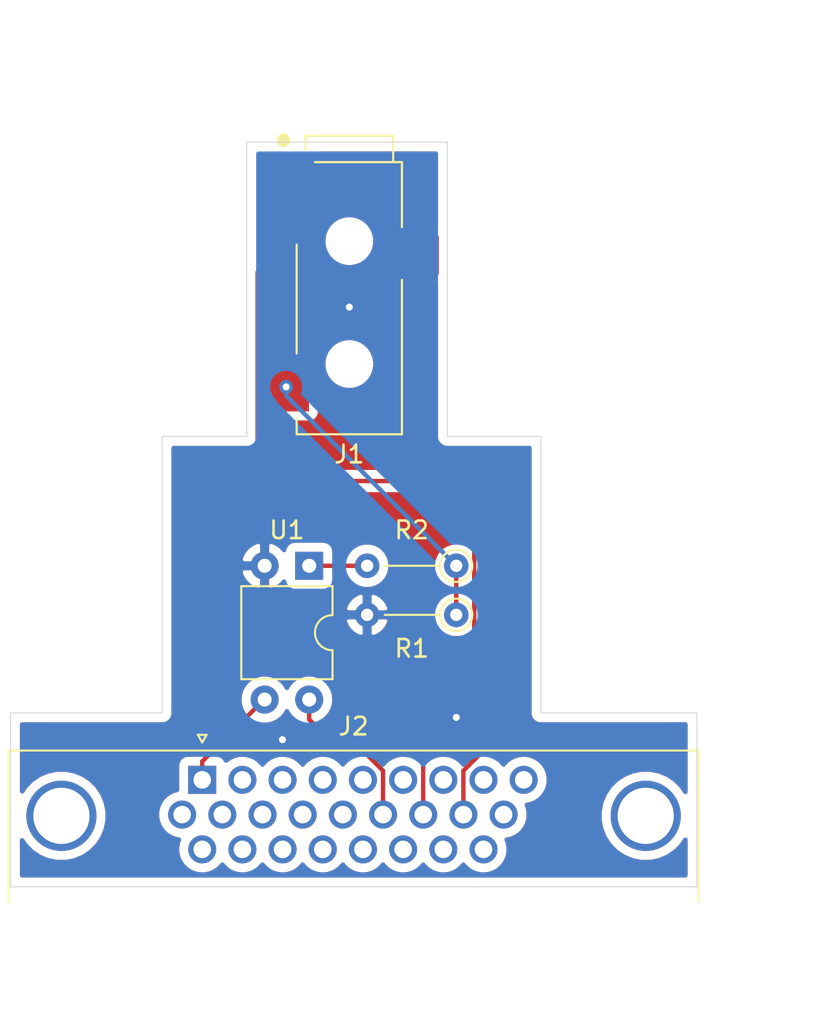
<source format=kicad_pcb>
(kicad_pcb (version 20171130) (host pcbnew "(5.1.4)-1")

  (general
    (thickness 1.6)
    (drawings 20)
    (tracks 32)
    (zones 0)
    (modules 5)
    (nets 30)
  )

  (page A4)
  (layers
    (0 F.Cu signal)
    (31 B.Cu signal)
    (32 B.Adhes user)
    (33 F.Adhes user)
    (34 B.Paste user)
    (35 F.Paste user)
    (36 B.SilkS user)
    (37 F.SilkS user)
    (38 B.Mask user)
    (39 F.Mask user)
    (40 Dwgs.User user)
    (41 Cmts.User user)
    (42 Eco1.User user)
    (43 Eco2.User user)
    (44 Edge.Cuts user)
    (45 Margin user)
    (46 B.CrtYd user)
    (47 F.CrtYd user)
    (48 B.Fab user)
    (49 F.Fab user hide)
  )

  (setup
    (last_trace_width 0.25)
    (trace_clearance 0.2)
    (zone_clearance 0.508)
    (zone_45_only no)
    (trace_min 0.2)
    (via_size 0.8)
    (via_drill 0.4)
    (via_min_size 0.4)
    (via_min_drill 0.3)
    (uvia_size 0.3)
    (uvia_drill 0.1)
    (uvias_allowed no)
    (uvia_min_size 0.2)
    (uvia_min_drill 0.1)
    (edge_width 0.05)
    (segment_width 0.2)
    (pcb_text_width 0.3)
    (pcb_text_size 1.5 1.5)
    (mod_edge_width 0.12)
    (mod_text_size 1 1)
    (mod_text_width 0.15)
    (pad_size 1.524 1.524)
    (pad_drill 0.762)
    (pad_to_mask_clearance 0.051)
    (solder_mask_min_width 0.25)
    (aux_axis_origin 0 0)
    (visible_elements 7FFFFFFF)
    (pcbplotparams
      (layerselection 0x010fc_ffffffff)
      (usegerberextensions false)
      (usegerberattributes false)
      (usegerberadvancedattributes false)
      (creategerberjobfile false)
      (excludeedgelayer true)
      (linewidth 0.100000)
      (plotframeref false)
      (viasonmask false)
      (mode 1)
      (useauxorigin false)
      (hpglpennumber 1)
      (hpglpenspeed 20)
      (hpglpendiameter 15.000000)
      (psnegative false)
      (psa4output false)
      (plotreference true)
      (plotvalue true)
      (plotinvisibletext false)
      (padsonsilk false)
      (subtractmaskfromsilk false)
      (outputformat 1)
      (mirror false)
      (drillshape 1)
      (scaleselection 1)
      (outputdirectory ""))
  )

  (net 0 "")
  (net 1 +5V)
  (net 2 Turbo_active)
  (net 3 Turbo_interlock)
  (net 4 GND)
  (net 5 "Net-(J2-Pad26)")
  (net 6 "Net-(J2-Pad25)")
  (net 7 "Net-(J2-Pad24)")
  (net 8 "Net-(J2-Pad23)")
  (net 9 "Net-(J2-Pad22)")
  (net 10 "Net-(J2-Pad21)")
  (net 11 "Net-(J2-Pad20)")
  (net 12 "Net-(J2-Pad19)")
  (net 13 "Net-(J2-Pad18)")
  (net 14 Turbo_remotepriority)
  (net 15 "Net-(J2-Pad14)")
  (net 16 "Net-(J2-Pad13)")
  (net 17 "Net-(J2-Pad12)")
  (net 18 "Net-(J2-Pad11)")
  (net 19 "Net-(J2-Pad10)")
  (net 20 "Net-(J2-Pad9)")
  (net 21 "Net-(J2-Pad8)")
  (net 22 "Net-(J2-Pad7)")
  (net 23 "Net-(J2-Pad6)")
  (net 24 "Net-(J2-Pad5)")
  (net 25 "Net-(J2-Pad4)")
  (net 26 "Net-(J2-Pad3)")
  (net 27 "Net-(J2-Pad2)")
  (net 28 Turbo_Vref)
  (net 29 "Net-(R2-Pad2)")

  (net_class Default "This is the default net class."
    (clearance 0.2)
    (trace_width 0.25)
    (via_dia 0.8)
    (via_drill 0.4)
    (uvia_dia 0.3)
    (uvia_drill 0.1)
    (add_net +5V)
    (add_net GND)
    (add_net "Net-(J2-Pad10)")
    (add_net "Net-(J2-Pad11)")
    (add_net "Net-(J2-Pad12)")
    (add_net "Net-(J2-Pad13)")
    (add_net "Net-(J2-Pad14)")
    (add_net "Net-(J2-Pad18)")
    (add_net "Net-(J2-Pad19)")
    (add_net "Net-(J2-Pad2)")
    (add_net "Net-(J2-Pad20)")
    (add_net "Net-(J2-Pad21)")
    (add_net "Net-(J2-Pad22)")
    (add_net "Net-(J2-Pad23)")
    (add_net "Net-(J2-Pad24)")
    (add_net "Net-(J2-Pad25)")
    (add_net "Net-(J2-Pad26)")
    (add_net "Net-(J2-Pad3)")
    (add_net "Net-(J2-Pad4)")
    (add_net "Net-(J2-Pad5)")
    (add_net "Net-(J2-Pad6)")
    (add_net "Net-(J2-Pad7)")
    (add_net "Net-(J2-Pad8)")
    (add_net "Net-(J2-Pad9)")
    (add_net "Net-(R2-Pad2)")
    (add_net Turbo_Vref)
    (add_net Turbo_active)
    (add_net Turbo_interlock)
    (add_net Turbo_remotepriority)
  )

  (module Connector_Dsub:DSUB-26-HD_Male_Horizontal_P2.29x1.98mm_EdgePinOffset3.03mm_Housed_MountingHolesOffset4.94mm (layer F.Cu) (tedit 59FEDEE2) (tstamp 5D9834CE)
    (at 153.162 74.676)
    (descr "26-pin D-Sub connector, horizontal/angled (90 deg), THT-mount, male, pitch 2.29x1.98mm, pin-PCB-offset 3.0300000000000002mm, distance of mounting holes 33.3mm, distance of mounting holes to PCB edge 4.9399999999999995mm, see https://disti-assets.s3.amazonaws.com/tonar/files/datasheets/16730.pdf")
    (tags "26-pin D-Sub connector horizontal angled 90deg THT male pitch 2.29x1.98mm pin-PCB-offset 3.0300000000000002mm mounting-holes-distance 33.3mm mounting-hole-offset 33.3mm")
    (path /5D9806F6)
    (fp_text reference J2 (at 8.625 -3.048) (layer F.SilkS)
      (effects (font (size 1 1) (thickness 0.15)))
    )
    (fp_text value Conn_01x26 (at 8.625 14.89) (layer F.Fab)
      (effects (font (size 1 1) (thickness 0.15)))
    )
    (fp_text user %R (at 8.625 10.39) (layer F.Fab)
      (effects (font (size 1 1) (thickness 0.15)))
    )
    (fp_line (start 28.75 -2.15) (end -11.5 -2.15) (layer F.CrtYd) (width 0.05))
    (fp_line (start 28.75 13.9) (end 28.75 -2.15) (layer F.CrtYd) (width 0.05))
    (fp_line (start -11.5 13.9) (end 28.75 13.9) (layer F.CrtYd) (width 0.05))
    (fp_line (start -11.5 -2.15) (end -11.5 13.9) (layer F.CrtYd) (width 0.05))
    (fp_line (start 0 -2.131325) (end -0.25 -2.564338) (layer F.SilkS) (width 0.12))
    (fp_line (start 0.25 -2.564338) (end 0 -2.131325) (layer F.SilkS) (width 0.12))
    (fp_line (start -0.25 -2.564338) (end 0.25 -2.564338) (layer F.SilkS) (width 0.12))
    (fp_line (start 28.285 -1.67) (end 28.285 6.93) (layer F.SilkS) (width 0.12))
    (fp_line (start -11.035 -1.67) (end 28.285 -1.67) (layer F.SilkS) (width 0.12))
    (fp_line (start -11.035 6.93) (end -11.035 -1.67) (layer F.SilkS) (width 0.12))
    (fp_line (start 26.875 6.99) (end 26.875 2.05) (layer F.Fab) (width 0.1))
    (fp_line (start 23.675 6.99) (end 23.675 2.05) (layer F.Fab) (width 0.1))
    (fp_line (start -6.425 6.99) (end -6.425 2.05) (layer F.Fab) (width 0.1))
    (fp_line (start -9.625 6.99) (end -9.625 2.05) (layer F.Fab) (width 0.1))
    (fp_line (start 27.775 7.39) (end 22.775 7.39) (layer F.Fab) (width 0.1))
    (fp_line (start 27.775 12.39) (end 27.775 7.39) (layer F.Fab) (width 0.1))
    (fp_line (start 22.775 12.39) (end 27.775 12.39) (layer F.Fab) (width 0.1))
    (fp_line (start 22.775 7.39) (end 22.775 12.39) (layer F.Fab) (width 0.1))
    (fp_line (start -5.525 7.39) (end -10.525 7.39) (layer F.Fab) (width 0.1))
    (fp_line (start -5.525 12.39) (end -5.525 7.39) (layer F.Fab) (width 0.1))
    (fp_line (start -10.525 12.39) (end -5.525 12.39) (layer F.Fab) (width 0.1))
    (fp_line (start -10.525 7.39) (end -10.525 12.39) (layer F.Fab) (width 0.1))
    (fp_line (start 20.925 7.39) (end -3.675 7.39) (layer F.Fab) (width 0.1))
    (fp_line (start 20.925 13.39) (end 20.925 7.39) (layer F.Fab) (width 0.1))
    (fp_line (start -3.675 13.39) (end 20.925 13.39) (layer F.Fab) (width 0.1))
    (fp_line (start -3.675 7.39) (end -3.675 13.39) (layer F.Fab) (width 0.1))
    (fp_line (start 28.225 6.99) (end -10.975 6.99) (layer F.Fab) (width 0.1))
    (fp_line (start 28.225 7.39) (end 28.225 6.99) (layer F.Fab) (width 0.1))
    (fp_line (start -10.975 7.39) (end 28.225 7.39) (layer F.Fab) (width 0.1))
    (fp_line (start -10.975 6.99) (end -10.975 7.39) (layer F.Fab) (width 0.1))
    (fp_line (start 28.225 -1.61) (end -10.975 -1.61) (layer F.Fab) (width 0.1))
    (fp_line (start 28.225 6.99) (end 28.225 -1.61) (layer F.Fab) (width 0.1))
    (fp_line (start -10.975 6.99) (end 28.225 6.99) (layer F.Fab) (width 0.1))
    (fp_line (start -10.975 -1.61) (end -10.975 6.99) (layer F.Fab) (width 0.1))
    (fp_arc (start 25.275 2.05) (end 23.675 2.05) (angle 180) (layer F.Fab) (width 0.1))
    (fp_arc (start -8.025 2.05) (end -9.625 2.05) (angle 180) (layer F.Fab) (width 0.1))
    (pad 0 thru_hole circle (at 25.275 2.05) (size 4 4) (drill 3.2) (layers *.Cu *.Mask))
    (pad 0 thru_hole circle (at -8.025 2.05) (size 4 4) (drill 3.2) (layers *.Cu *.Mask))
    (pad 26 thru_hole circle (at 16.03 3.96) (size 1.6 1.6) (drill 1) (layers *.Cu *.Mask)
      (net 5 "Net-(J2-Pad26)"))
    (pad 25 thru_hole circle (at 13.74 3.96) (size 1.6 1.6) (drill 1) (layers *.Cu *.Mask)
      (net 6 "Net-(J2-Pad25)"))
    (pad 24 thru_hole circle (at 11.45 3.96) (size 1.6 1.6) (drill 1) (layers *.Cu *.Mask)
      (net 7 "Net-(J2-Pad24)"))
    (pad 23 thru_hole circle (at 9.16 3.96) (size 1.6 1.6) (drill 1) (layers *.Cu *.Mask)
      (net 8 "Net-(J2-Pad23)"))
    (pad 22 thru_hole circle (at 6.87 3.96) (size 1.6 1.6) (drill 1) (layers *.Cu *.Mask)
      (net 9 "Net-(J2-Pad22)"))
    (pad 21 thru_hole circle (at 4.58 3.96) (size 1.6 1.6) (drill 1) (layers *.Cu *.Mask)
      (net 10 "Net-(J2-Pad21)"))
    (pad 20 thru_hole circle (at 2.29 3.96) (size 1.6 1.6) (drill 1) (layers *.Cu *.Mask)
      (net 11 "Net-(J2-Pad20)"))
    (pad 19 thru_hole circle (at 0 3.96) (size 1.6 1.6) (drill 1) (layers *.Cu *.Mask)
      (net 12 "Net-(J2-Pad19)"))
    (pad 18 thru_hole circle (at 17.175 1.98) (size 1.6 1.6) (drill 1) (layers *.Cu *.Mask)
      (net 13 "Net-(J2-Pad18)"))
    (pad 17 thru_hole circle (at 14.885 1.98) (size 1.6 1.6) (drill 1) (layers *.Cu *.Mask)
      (net 2 Turbo_active))
    (pad 16 thru_hole circle (at 12.595 1.98) (size 1.6 1.6) (drill 1) (layers *.Cu *.Mask)
      (net 1 +5V))
    (pad 15 thru_hole circle (at 10.305 1.98) (size 1.6 1.6) (drill 1) (layers *.Cu *.Mask)
      (net 14 Turbo_remotepriority))
    (pad 14 thru_hole circle (at 8.015 1.98) (size 1.6 1.6) (drill 1) (layers *.Cu *.Mask)
      (net 15 "Net-(J2-Pad14)"))
    (pad 13 thru_hole circle (at 5.725 1.98) (size 1.6 1.6) (drill 1) (layers *.Cu *.Mask)
      (net 16 "Net-(J2-Pad13)"))
    (pad 12 thru_hole circle (at 3.435 1.98) (size 1.6 1.6) (drill 1) (layers *.Cu *.Mask)
      (net 17 "Net-(J2-Pad12)"))
    (pad 11 thru_hole circle (at 1.145 1.98) (size 1.6 1.6) (drill 1) (layers *.Cu *.Mask)
      (net 18 "Net-(J2-Pad11)"))
    (pad 10 thru_hole circle (at -1.145 1.98) (size 1.6 1.6) (drill 1) (layers *.Cu *.Mask)
      (net 19 "Net-(J2-Pad10)"))
    (pad 9 thru_hole circle (at 18.32 0) (size 1.6 1.6) (drill 1) (layers *.Cu *.Mask)
      (net 20 "Net-(J2-Pad9)"))
    (pad 8 thru_hole circle (at 16.03 0) (size 1.6 1.6) (drill 1) (layers *.Cu *.Mask)
      (net 21 "Net-(J2-Pad8)"))
    (pad 7 thru_hole circle (at 13.74 0) (size 1.6 1.6) (drill 1) (layers *.Cu *.Mask)
      (net 22 "Net-(J2-Pad7)"))
    (pad 6 thru_hole circle (at 11.45 0) (size 1.6 1.6) (drill 1) (layers *.Cu *.Mask)
      (net 23 "Net-(J2-Pad6)"))
    (pad 5 thru_hole circle (at 9.16 0) (size 1.6 1.6) (drill 1) (layers *.Cu *.Mask)
      (net 24 "Net-(J2-Pad5)"))
    (pad 4 thru_hole circle (at 6.87 0) (size 1.6 1.6) (drill 1) (layers *.Cu *.Mask)
      (net 25 "Net-(J2-Pad4)"))
    (pad 3 thru_hole circle (at 4.58 0) (size 1.6 1.6) (drill 1) (layers *.Cu *.Mask)
      (net 26 "Net-(J2-Pad3)"))
    (pad 2 thru_hole circle (at 2.29 0) (size 1.6 1.6) (drill 1) (layers *.Cu *.Mask)
      (net 27 "Net-(J2-Pad2)"))
    (pad 1 thru_hole rect (at 0 0) (size 1.6 1.6) (drill 1) (layers *.Cu *.Mask)
      (net 28 Turbo_Vref))
    (model ${KISYS3DMOD}/Connector_Dsub.3dshapes/DSUB-26-HD_Male_Horizontal_P2.29x1.98mm_EdgePinOffset3.03mm_Housed_MountingHolesOffset4.94mm.wrl
      (at (xyz 0 0 0))
      (scale (xyz 1 1 1))
      (rotate (xyz 0 0 0))
    )
  )

  (module Package_DIP:DIP-4_W7.62mm (layer F.Cu) (tedit 5A02E8C5) (tstamp 5D983504)
    (at 159.258 62.484 270)
    (descr "4-lead though-hole mounted DIP package, row spacing 7.62 mm (300 mils)")
    (tags "THT DIP DIL PDIP 2.54mm 7.62mm 300mil")
    (path /5D97E2A4)
    (fp_text reference U1 (at -2.032 1.27 180) (layer F.SilkS)
      (effects (font (size 1 1) (thickness 0.15)))
    )
    (fp_text value TLP222A (at 3.81 4.87 90) (layer F.Fab)
      (effects (font (size 1 1) (thickness 0.15)))
    )
    (fp_text user %R (at 3.81 1.27 90) (layer F.Fab)
      (effects (font (size 1 1) (thickness 0.15)))
    )
    (fp_line (start 8.7 -1.55) (end -1.1 -1.55) (layer F.CrtYd) (width 0.05))
    (fp_line (start 8.7 4.1) (end 8.7 -1.55) (layer F.CrtYd) (width 0.05))
    (fp_line (start -1.1 4.1) (end 8.7 4.1) (layer F.CrtYd) (width 0.05))
    (fp_line (start -1.1 -1.55) (end -1.1 4.1) (layer F.CrtYd) (width 0.05))
    (fp_line (start 6.46 -1.33) (end 4.81 -1.33) (layer F.SilkS) (width 0.12))
    (fp_line (start 6.46 3.87) (end 6.46 -1.33) (layer F.SilkS) (width 0.12))
    (fp_line (start 1.16 3.87) (end 6.46 3.87) (layer F.SilkS) (width 0.12))
    (fp_line (start 1.16 -1.33) (end 1.16 3.87) (layer F.SilkS) (width 0.12))
    (fp_line (start 2.81 -1.33) (end 1.16 -1.33) (layer F.SilkS) (width 0.12))
    (fp_line (start 0.635 -0.27) (end 1.635 -1.27) (layer F.Fab) (width 0.1))
    (fp_line (start 0.635 3.81) (end 0.635 -0.27) (layer F.Fab) (width 0.1))
    (fp_line (start 6.985 3.81) (end 0.635 3.81) (layer F.Fab) (width 0.1))
    (fp_line (start 6.985 -1.27) (end 6.985 3.81) (layer F.Fab) (width 0.1))
    (fp_line (start 1.635 -1.27) (end 6.985 -1.27) (layer F.Fab) (width 0.1))
    (fp_arc (start 3.81 -1.33) (end 2.81 -1.33) (angle -180) (layer F.SilkS) (width 0.12))
    (pad 4 thru_hole oval (at 7.62 0 270) (size 1.6 1.6) (drill 0.8) (layers *.Cu *.Mask)
      (net 14 Turbo_remotepriority))
    (pad 2 thru_hole oval (at 0 2.54 270) (size 1.6 1.6) (drill 0.8) (layers *.Cu *.Mask)
      (net 4 GND))
    (pad 3 thru_hole oval (at 7.62 2.54 270) (size 1.6 1.6) (drill 0.8) (layers *.Cu *.Mask)
      (net 28 Turbo_Vref))
    (pad 1 thru_hole rect (at 0 0 270) (size 1.6 1.6) (drill 0.8) (layers *.Cu *.Mask)
      (net 29 "Net-(R2-Pad2)"))
    (model ${KISYS3DMOD}/Package_DIP.3dshapes/DIP-4_W7.62mm.wrl
      (at (xyz 0 0 0))
      (scale (xyz 1 1 1))
      (rotate (xyz 0 0 0))
    )
  )

  (module Resistor_THT:R_Axial_DIN0204_L3.6mm_D1.6mm_P5.08mm_Vertical (layer F.Cu) (tedit 5AE5139B) (tstamp 5D9834EC)
    (at 167.64 62.484 180)
    (descr "Resistor, Axial_DIN0204 series, Axial, Vertical, pin pitch=5.08mm, 0.167W, length*diameter=3.6*1.6mm^2, http://cdn-reichelt.de/documents/datenblatt/B400/1_4W%23YAG.pdf")
    (tags "Resistor Axial_DIN0204 series Axial Vertical pin pitch 5.08mm 0.167W length 3.6mm diameter 1.6mm")
    (path /5D97FAB2)
    (fp_text reference R2 (at 2.54 2.032) (layer F.SilkS)
      (effects (font (size 1 1) (thickness 0.15)))
    )
    (fp_text value 1.2k (at 2.54 1.92) (layer F.Fab)
      (effects (font (size 1 1) (thickness 0.15)))
    )
    (fp_text user %R (at 2.54 -1.92) (layer F.Fab)
      (effects (font (size 1 1) (thickness 0.15)))
    )
    (fp_line (start 6.03 -1.05) (end -1.05 -1.05) (layer F.CrtYd) (width 0.05))
    (fp_line (start 6.03 1.05) (end 6.03 -1.05) (layer F.CrtYd) (width 0.05))
    (fp_line (start -1.05 1.05) (end 6.03 1.05) (layer F.CrtYd) (width 0.05))
    (fp_line (start -1.05 -1.05) (end -1.05 1.05) (layer F.CrtYd) (width 0.05))
    (fp_line (start 0.92 0) (end 4.08 0) (layer F.SilkS) (width 0.12))
    (fp_line (start 0 0) (end 5.08 0) (layer F.Fab) (width 0.1))
    (fp_circle (center 0 0) (end 0.92 0) (layer F.SilkS) (width 0.12))
    (fp_circle (center 0 0) (end 0.8 0) (layer F.Fab) (width 0.1))
    (pad 2 thru_hole oval (at 5.08 0 180) (size 1.4 1.4) (drill 0.7) (layers *.Cu *.Mask)
      (net 29 "Net-(R2-Pad2)"))
    (pad 1 thru_hole circle (at 0 0 180) (size 1.4 1.4) (drill 0.7) (layers *.Cu *.Mask)
      (net 3 Turbo_interlock))
    (model ${KISYS3DMOD}/Resistor_THT.3dshapes/R_Axial_DIN0204_L3.6mm_D1.6mm_P5.08mm_Vertical.wrl
      (at (xyz 0 0 0))
      (scale (xyz 1 1 1))
      (rotate (xyz 0 0 0))
    )
  )

  (module Resistor_THT:R_Axial_DIN0204_L3.6mm_D1.6mm_P5.08mm_Vertical (layer F.Cu) (tedit 5AE5139B) (tstamp 5D9834DD)
    (at 167.64 65.278 180)
    (descr "Resistor, Axial_DIN0204 series, Axial, Vertical, pin pitch=5.08mm, 0.167W, length*diameter=3.6*1.6mm^2, http://cdn-reichelt.de/documents/datenblatt/B400/1_4W%23YAG.pdf")
    (tags "Resistor Axial_DIN0204 series Axial Vertical pin pitch 5.08mm 0.167W length 3.6mm diameter 1.6mm")
    (path /5D97FE98)
    (fp_text reference R1 (at 2.54 -1.92) (layer F.SilkS)
      (effects (font (size 1 1) (thickness 0.15)))
    )
    (fp_text value 10k (at 2.54 1.92) (layer F.Fab)
      (effects (font (size 1 1) (thickness 0.15)))
    )
    (fp_text user %R (at 2.54 -1.92) (layer F.Fab)
      (effects (font (size 1 1) (thickness 0.15)))
    )
    (fp_line (start 6.03 -1.05) (end -1.05 -1.05) (layer F.CrtYd) (width 0.05))
    (fp_line (start 6.03 1.05) (end 6.03 -1.05) (layer F.CrtYd) (width 0.05))
    (fp_line (start -1.05 1.05) (end 6.03 1.05) (layer F.CrtYd) (width 0.05))
    (fp_line (start -1.05 -1.05) (end -1.05 1.05) (layer F.CrtYd) (width 0.05))
    (fp_line (start 0.92 0) (end 4.08 0) (layer F.SilkS) (width 0.12))
    (fp_line (start 0 0) (end 5.08 0) (layer F.Fab) (width 0.1))
    (fp_circle (center 0 0) (end 0.92 0) (layer F.SilkS) (width 0.12))
    (fp_circle (center 0 0) (end 0.8 0) (layer F.Fab) (width 0.1))
    (pad 2 thru_hole oval (at 5.08 0 180) (size 1.4 1.4) (drill 0.7) (layers *.Cu *.Mask)
      (net 4 GND))
    (pad 1 thru_hole circle (at 0 0 180) (size 1.4 1.4) (drill 0.7) (layers *.Cu *.Mask)
      (net 3 Turbo_interlock))
    (model ${KISYS3DMOD}/Resistor_THT.3dshapes/R_Axial_DIN0204_L3.6mm_D1.6mm_P5.08mm_Vertical.wrl
      (at (xyz 0 0 0))
      (scale (xyz 1 1 1))
      (rotate (xyz 0 0 0))
    )
  )

  (module SJ-43514-SMT:CUI_SJ-43514-SMT (layer F.Cu) (tedit 0) (tstamp 5D98C6AD)
    (at 161.544 47.244 270)
    (path /5D986F6A)
    (attr smd)
    (fp_text reference J1 (at 8.89 0 180) (layer F.SilkS)
      (effects (font (size 1 1) (thickness 0.15)))
    )
    (fp_text value " " (at -6.09766 6.3921 90) (layer F.SilkS)
      (effects (font (size 1.00372 1.00372) (thickness 0.05)))
    )
    (fp_line (start -9.5 2.75) (end -9.5 -2.75) (layer Eco1.User) (width 0.05))
    (fp_line (start -8.5 2.75) (end -9.5 2.75) (layer Eco1.User) (width 0.05))
    (fp_line (start -8.5 5.5) (end -8.5 2.75) (layer Eco1.User) (width 0.05))
    (fp_line (start -3 5.5) (end -8.5 5.5) (layer Eco1.User) (width 0.05))
    (fp_line (start -3 3.25) (end -3 5.5) (layer Eco1.User) (width 0.05))
    (fp_line (start 3.25 3.25) (end -3 3.25) (layer Eco1.User) (width 0.05))
    (fp_line (start 3.25 5.5) (end 3.25 3.25) (layer Eco1.User) (width 0.05))
    (fp_line (start 6.75 5.5) (end 3.25 5.5) (layer Eco1.User) (width 0.05))
    (fp_line (start 6.75 3.25) (end 6.75 5.5) (layer Eco1.User) (width 0.05))
    (fp_line (start 8 3.25) (end 6.75 3.25) (layer Eco1.User) (width 0.05))
    (fp_line (start 8 -3.25) (end 8 3.25) (layer Eco1.User) (width 0.05))
    (fp_line (start -1.1 -3.25) (end 8 -3.25) (layer Eco1.User) (width 0.05))
    (fp_line (start -1.1 -5.35) (end -1.1 -3.25) (layer Eco1.User) (width 0.05))
    (fp_line (start -3.8 -5.35) (end -1.1 -5.35) (layer Eco1.User) (width 0.05))
    (fp_line (start -3.8 -3.25) (end -3.8 -5.35) (layer Eco1.User) (width 0.05))
    (fp_line (start -8 -3.25) (end -3.8 -3.25) (layer Eco1.User) (width 0.05))
    (fp_line (start -8 -2.75) (end -8 -3.25) (layer Eco1.User) (width 0.05))
    (fp_line (start -9.5 -2.75) (end -8 -2.75) (layer Eco1.User) (width 0.05))
    (fp_line (start 7.75 -3) (end 7.75 3) (layer F.SilkS) (width 0.127))
    (fp_circle (center -9 3.75) (end -8.8 3.75) (layer F.SilkS) (width 0.4))
    (fp_line (start 7.75 -3) (end -1.05 -3) (layer F.SilkS) (width 0.127))
    (fp_line (start 6.8 3) (end 7.75 3) (layer F.SilkS) (width 0.127))
    (fp_line (start -3.05 3) (end 3.15 3) (layer F.SilkS) (width 0.127))
    (fp_line (start -9.25 2.5) (end -8.45 2.5) (layer F.SilkS) (width 0.127))
    (fp_line (start -9.25 -2.5) (end -9.25 2.5) (layer F.SilkS) (width 0.127))
    (fp_line (start -7.75 -2.5) (end -9.25 -2.5) (layer F.SilkS) (width 0.127))
    (fp_line (start -7.75 -2.5) (end -7.75 1.95) (layer F.SilkS) (width 0.127))
    (fp_line (start -7.75 -3) (end -7.75 -2.5) (layer F.SilkS) (width 0.127))
    (fp_line (start -4.05 -3) (end -7.75 -3) (layer F.SilkS) (width 0.127))
    (fp_line (start -9.25 2.5) (end -7.75 2.5) (layer Eco2.User) (width 0.127))
    (fp_line (start -9.25 -2.5) (end -9.25 2.5) (layer Eco2.User) (width 0.127))
    (fp_line (start -7.75 -2.5) (end -9.25 -2.5) (layer Eco2.User) (width 0.127))
    (fp_line (start 7.75 -3) (end -7.75 -3) (layer Eco2.User) (width 0.127))
    (fp_line (start 7.75 3) (end 7.75 -3) (layer Eco2.User) (width 0.127))
    (fp_line (start -7.75 3) (end 7.75 3) (layer Eco2.User) (width 0.127))
    (fp_line (start -7.75 2.5) (end -7.75 3) (layer Eco2.User) (width 0.127))
    (fp_line (start -7.75 -2.5) (end -7.75 2.5) (layer Eco2.User) (width 0.127))
    (fp_line (start -7.75 -3) (end -7.75 -2.5) (layer Eco2.User) (width 0.127))
    (pad Hole np_thru_hole circle (at 3.75 0 270) (size 1.7 1.7) (drill 1.7) (layers *.Cu *.Mask F.SilkS))
    (pad Hole np_thru_hole circle (at -3.25 0 270) (size 1.7 1.7) (drill 1.7) (layers *.Cu *.Mask F.SilkS))
    (pad 4 smd rect (at -4.35 3.7 90) (size 2.2 2.8) (layers F.Cu F.Paste F.Mask)
      (net 1 +5V))
    (pad 3 smd rect (at -2.45 -3.7 90) (size 2.2 2.8) (layers F.Cu F.Paste F.Mask)
      (net 2 Turbo_active))
    (pad 2 smd rect (at 5.05 3.6 90) (size 2.8 2.6) (layers F.Cu F.Paste F.Mask)
      (net 3 Turbo_interlock))
    (pad 1 smd rect (at -7.15 3.7 90) (size 2 2.8) (layers F.Cu F.Paste F.Mask)
      (net 4 GND))
  )

  (dimension 8.89 (width 0.05) (layer F.CrtYd)
    (gr_text "8.890 mm" (at 176.911 67.126) (layer F.CrtYd)
      (effects (font (size 1 1) (thickness 0.15)))
    )
    (feature1 (pts (xy 181.356 70.866) (xy 181.356 67.739579)))
    (feature2 (pts (xy 172.466 70.866) (xy 172.466 67.739579)))
    (crossbar (pts (xy 172.466 68.326) (xy 181.356 68.326)))
    (arrow1a (pts (xy 181.356 68.326) (xy 180.229496 68.912421)))
    (arrow1b (pts (xy 181.356 68.326) (xy 180.229496 67.739579)))
    (arrow2a (pts (xy 172.466 68.326) (xy 173.592504 68.912421)))
    (arrow2b (pts (xy 172.466 68.326) (xy 173.592504 67.739579)))
  )
  (dimension 21.59 (width 0.05) (layer F.CrtYd)
    (gr_text "21.590 mm" (at 161.671 48.584) (layer F.CrtYd)
      (effects (font (size 1 1) (thickness 0.15)))
    )
    (feature1 (pts (xy 172.466 55.118) (xy 172.466 49.197579)))
    (feature2 (pts (xy 150.876 55.118) (xy 150.876 49.197579)))
    (crossbar (pts (xy 150.876 49.784) (xy 172.466 49.784)))
    (arrow1a (pts (xy 172.466 49.784) (xy 171.339496 50.370421)))
    (arrow1b (pts (xy 172.466 49.784) (xy 171.339496 49.197579)))
    (arrow2a (pts (xy 150.876 49.784) (xy 152.002504 50.370421)))
    (arrow2b (pts (xy 150.876 49.784) (xy 152.002504 49.197579)))
  )
  (dimension 9.906 (width 0.05) (layer F.CrtYd)
    (gr_text "9.906 mm" (at 184.588 75.819 90) (layer F.CrtYd)
      (effects (font (size 1 1) (thickness 0.15)))
    )
    (feature1 (pts (xy 181.356 70.866) (xy 183.974421 70.866)))
    (feature2 (pts (xy 181.356 80.772) (xy 183.974421 80.772)))
    (crossbar (pts (xy 183.388 80.772) (xy 183.388 70.866)))
    (arrow1a (pts (xy 183.388 70.866) (xy 183.974421 71.992504)))
    (arrow1b (pts (xy 183.388 70.866) (xy 182.801579 71.992504)))
    (arrow2a (pts (xy 183.388 80.772) (xy 183.974421 79.645496)))
    (arrow2b (pts (xy 183.388 80.772) (xy 182.801579 79.645496)))
  )
  (dimension 5.5 (width 0.05) (layer F.CrtYd)
    (gr_text "5.500 mm" (at 161.544 31.058) (layer F.CrtYd)
      (effects (font (size 1 1) (thickness 0.15)))
    )
    (feature1 (pts (xy 164.294 37.744) (xy 164.294 31.671579)))
    (feature2 (pts (xy 158.794 37.744) (xy 158.794 31.671579)))
    (crossbar (pts (xy 158.794 32.258) (xy 164.294 32.258)))
    (arrow1a (pts (xy 164.294 32.258) (xy 163.167496 32.844421)))
    (arrow1b (pts (xy 164.294 32.258) (xy 163.167496 31.671579)))
    (arrow2a (pts (xy 158.794 32.258) (xy 159.920504 32.844421)))
    (arrow2b (pts (xy 158.794 32.258) (xy 159.920504 31.671579)))
  )
  (dimension 11.43 (width 0.05) (layer F.CrtYd)
    (gr_text "11.430 mm" (at 161.417 34.360001) (layer F.CrtYd)
      (effects (font (size 1 1) (thickness 0.15)))
    )
    (feature1 (pts (xy 155.702 38.354) (xy 155.702 34.97358)))
    (feature2 (pts (xy 167.132 38.354) (xy 167.132 34.97358)))
    (crossbar (pts (xy 167.132 35.560001) (xy 155.702 35.560001)))
    (arrow1a (pts (xy 155.702 35.560001) (xy 156.828504 34.97358)))
    (arrow1b (pts (xy 155.702 35.560001) (xy 156.828504 36.146422)))
    (arrow2a (pts (xy 167.132 35.560001) (xy 166.005496 34.97358)))
    (arrow2b (pts (xy 167.132 35.560001) (xy 166.005496 36.146422)))
  )
  (dimension 42.672 (width 0.05) (layer F.CrtYd)
    (gr_text "42.672 mm" (at 187.89 59.436 90) (layer F.CrtYd)
      (effects (font (size 1 1) (thickness 0.15)))
    )
    (feature1 (pts (xy 181.356 38.1) (xy 187.276421 38.1)))
    (feature2 (pts (xy 181.356 80.772) (xy 187.276421 80.772)))
    (crossbar (pts (xy 186.69 80.772) (xy 186.69 38.1)))
    (arrow1a (pts (xy 186.69 38.1) (xy 187.276421 39.226504)))
    (arrow1b (pts (xy 186.69 38.1) (xy 186.103579 39.226504)))
    (arrow2a (pts (xy 186.69 80.772) (xy 187.276421 79.645496)))
    (arrow2b (pts (xy 186.69 80.772) (xy 186.103579 79.645496)))
  )
  (dimension 40.25 (width 0.05) (layer F.CrtYd)
    (gr_text "40.250 mm" (at 161.787 84.906) (layer F.CrtYd)
      (effects (font (size 1 1) (thickness 0.15)))
    )
    (feature1 (pts (xy 181.912 88.576) (xy 181.912 85.519579)))
    (feature2 (pts (xy 141.662 88.576) (xy 141.662 85.519579)))
    (crossbar (pts (xy 141.662 86.106) (xy 181.912 86.106)))
    (arrow1a (pts (xy 181.912 86.106) (xy 180.785496 86.692421)))
    (arrow1b (pts (xy 181.912 86.106) (xy 180.785496 85.519579)))
    (arrow2a (pts (xy 141.662 86.106) (xy 142.788504 86.692421)))
    (arrow2b (pts (xy 141.662 86.106) (xy 142.788504 85.519579)))
  )
  (gr_line (start 142.24 80.772) (end 168.91 80.772) (layer Edge.Cuts) (width 0.05) (tstamp 5D98C4F9))
  (gr_line (start 142.24 70.866) (end 142.24 80.772) (layer Edge.Cuts) (width 0.05))
  (gr_line (start 150.876 70.866) (end 142.24 70.866) (layer Edge.Cuts) (width 0.05))
  (gr_line (start 150.876 55.118) (end 150.876 70.866) (layer Edge.Cuts) (width 0.05))
  (gr_line (start 155.702 55.118) (end 150.876 55.118) (layer Edge.Cuts) (width 0.05))
  (gr_line (start 155.702 38.354) (end 155.702 55.118) (layer Edge.Cuts) (width 0.05))
  (gr_line (start 167.132 38.354) (end 155.702 38.354) (layer Edge.Cuts) (width 0.05))
  (gr_line (start 167.132 55.118) (end 167.132 38.354) (layer Edge.Cuts) (width 0.05))
  (gr_line (start 172.466 55.118) (end 167.132 55.118) (layer Edge.Cuts) (width 0.05))
  (gr_line (start 172.466 70.866) (end 172.466 55.118) (layer Edge.Cuts) (width 0.05))
  (gr_line (start 181.356 70.866) (end 172.466 70.866) (layer Edge.Cuts) (width 0.05))
  (gr_line (start 181.356 80.772) (end 181.356 70.866) (layer Edge.Cuts) (width 0.05))
  (gr_line (start 168.91 80.772) (end 181.356 80.772) (layer Edge.Cuts) (width 0.05))

  (segment (start 157.844 44.244) (end 157.844 42.894) (width 0.25) (layer F.Cu) (net 1))
  (segment (start 156.318999 45.769001) (end 157.844 44.244) (width 0.25) (layer F.Cu) (net 1))
  (segment (start 156.318999 55.734999) (end 156.318999 45.769001) (width 0.25) (layer F.Cu) (net 1))
  (segment (start 165.757 76.656) (end 165.757 69.955) (width 0.25) (layer F.Cu) (net 1))
  (segment (start 168.665001 67.046999) (end 168.665001 59.445001) (width 0.25) (layer F.Cu) (net 1))
  (segment (start 165.757 69.955) (end 168.665001 67.046999) (width 0.25) (layer F.Cu) (net 1))
  (segment (start 168.665001 59.445001) (end 166.878 57.658) (width 0.25) (layer F.Cu) (net 1))
  (segment (start 166.878 57.658) (end 158.242 57.658) (width 0.25) (layer F.Cu) (net 1))
  (segment (start 158.242 57.658) (end 156.318999 55.734999) (width 0.25) (layer F.Cu) (net 1))
  (segment (start 165.244 55.38759) (end 165.244 44.794) (width 0.25) (layer F.Cu) (net 2))
  (segment (start 169.11501 59.2586) (end 165.244 55.38759) (width 0.25) (layer F.Cu) (net 2))
  (segment (start 169.115011 73.087987) (end 169.11501 59.2586) (width 0.25) (layer F.Cu) (net 2))
  (segment (start 168.047 76.656) (end 168.047 74.155998) (width 0.25) (layer F.Cu) (net 2))
  (segment (start 168.047 74.155998) (end 169.115011 73.087987) (width 0.25) (layer F.Cu) (net 2))
  (via (at 161.544 47.752) (size 0.8) (drill 0.4) (layers F.Cu B.Cu) (net 4))
  (via (at 157.734 72.39) (size 0.8) (drill 0.4) (layers F.Cu B.Cu) (net 4))
  (via (at 167.64 71.12) (size 0.8) (drill 0.4) (layers F.Cu B.Cu) (net 4))
  (segment (start 163.467 75.52463) (end 163.467 76.656) (width 0.25) (layer F.Cu) (net 14))
  (segment (start 163.467 74.155998) (end 163.467 75.52463) (width 0.25) (layer F.Cu) (net 14))
  (segment (start 162.485371 73.174369) (end 163.467 74.155998) (width 0.25) (layer F.Cu) (net 14))
  (segment (start 161.196999 73.174369) (end 162.485371 73.174369) (width 0.25) (layer F.Cu) (net 14))
  (segment (start 159.258 71.23537) (end 161.196999 73.174369) (width 0.25) (layer F.Cu) (net 14))
  (segment (start 159.258 70.104) (end 159.258 71.23537) (width 0.25) (layer F.Cu) (net 14))
  (segment (start 156.684 70.104) (end 156.718 70.104) (width 0.25) (layer F.Cu) (net 28))
  (segment (start 153.162 73.626) (end 156.684 70.104) (width 0.25) (layer F.Cu) (net 28))
  (segment (start 153.162 74.676) (end 153.162 73.626) (width 0.25) (layer F.Cu) (net 28))
  (segment (start 167.64 64.288051) (end 167.64 62.484) (width 0.25) (layer F.Cu) (net 3))
  (segment (start 167.64 65.278) (end 167.64 64.288051) (width 0.25) (layer F.Cu) (net 3))
  (via (at 157.944 52.294) (size 0.8) (drill 0.4) (layers F.Cu B.Cu) (net 3))
  (segment (start 167.64 62.484) (end 157.944 52.788) (width 0.25) (layer B.Cu) (net 3))
  (segment (start 157.944 52.788) (end 157.944 52.294) (width 0.25) (layer B.Cu) (net 3))
  (segment (start 159.258 62.484) (end 162.56 62.484) (width 0.25) (layer F.Cu) (net 29))

  (zone (net 4) (net_name GND) (layer B.Cu) (tstamp 0) (hatch edge 0.508)
    (connect_pads (clearance 0.508))
    (min_thickness 0.254)
    (fill yes (arc_segments 32) (thermal_gap 0.508) (thermal_bridge_width 0.508))
    (polygon
      (pts
        (xy 181.356 80.772) (xy 142.24 80.772) (xy 142.24 70.866) (xy 150.876 70.866) (xy 150.876 55.372)
        (xy 150.876 55.118) (xy 155.702 55.118) (xy 155.702 38.354) (xy 167.132 38.354) (xy 167.132 55.118)
        (xy 172.466 55.118) (xy 172.466 70.866) (xy 181.356 70.866)
      )
    )
    (filled_polygon
      (pts
        (xy 166.472 55.085581) (xy 166.468807 55.118) (xy 166.48155 55.247383) (xy 166.51929 55.371793) (xy 166.580575 55.48645)
        (xy 166.663052 55.586948) (xy 166.76355 55.669425) (xy 166.878207 55.73071) (xy 167.002617 55.76845) (xy 167.132 55.781193)
        (xy 167.164419 55.778) (xy 171.806001 55.778) (xy 171.806 70.833581) (xy 171.802807 70.866) (xy 171.81555 70.995383)
        (xy 171.85329 71.119793) (xy 171.914575 71.23445) (xy 171.970777 71.302932) (xy 171.997052 71.334948) (xy 172.09755 71.417425)
        (xy 172.212207 71.47871) (xy 172.336617 71.51645) (xy 172.466 71.529193) (xy 172.498419 71.526) (xy 180.696001 71.526)
        (xy 180.696001 75.363958) (xy 180.483738 75.046285) (xy 180.116715 74.679262) (xy 179.685141 74.390893) (xy 179.205601 74.192261)
        (xy 178.696525 74.091) (xy 178.177475 74.091) (xy 177.668399 74.192261) (xy 177.188859 74.390893) (xy 176.757285 74.679262)
        (xy 176.390262 75.046285) (xy 176.101893 75.477859) (xy 175.903261 75.957399) (xy 175.802 76.466475) (xy 175.802 76.985525)
        (xy 175.903261 77.494601) (xy 176.101893 77.974141) (xy 176.390262 78.405715) (xy 176.757285 78.772738) (xy 177.188859 79.061107)
        (xy 177.668399 79.259739) (xy 178.177475 79.361) (xy 178.696525 79.361) (xy 179.205601 79.259739) (xy 179.685141 79.061107)
        (xy 180.116715 78.772738) (xy 180.483738 78.405715) (xy 180.696 78.088043) (xy 180.696 80.112) (xy 142.9 80.112)
        (xy 142.9 78.120968) (xy 143.090262 78.405715) (xy 143.457285 78.772738) (xy 143.888859 79.061107) (xy 144.368399 79.259739)
        (xy 144.877475 79.361) (xy 145.396525 79.361) (xy 145.905601 79.259739) (xy 146.385141 79.061107) (xy 146.816715 78.772738)
        (xy 147.183738 78.405715) (xy 147.472107 77.974141) (xy 147.670739 77.494601) (xy 147.772 76.985525) (xy 147.772 76.514665)
        (xy 150.582 76.514665) (xy 150.582 76.797335) (xy 150.637147 77.074574) (xy 150.74532 77.335727) (xy 150.902363 77.570759)
        (xy 151.102241 77.770637) (xy 151.337273 77.92768) (xy 151.598426 78.035853) (xy 151.837647 78.083438) (xy 151.782147 78.217426)
        (xy 151.727 78.494665) (xy 151.727 78.777335) (xy 151.782147 79.054574) (xy 151.89032 79.315727) (xy 152.047363 79.550759)
        (xy 152.247241 79.750637) (xy 152.482273 79.90768) (xy 152.743426 80.015853) (xy 153.020665 80.071) (xy 153.303335 80.071)
        (xy 153.580574 80.015853) (xy 153.841727 79.90768) (xy 154.076759 79.750637) (xy 154.276637 79.550759) (xy 154.307 79.505317)
        (xy 154.337363 79.550759) (xy 154.537241 79.750637) (xy 154.772273 79.90768) (xy 155.033426 80.015853) (xy 155.310665 80.071)
        (xy 155.593335 80.071) (xy 155.870574 80.015853) (xy 156.131727 79.90768) (xy 156.366759 79.750637) (xy 156.566637 79.550759)
        (xy 156.597 79.505317) (xy 156.627363 79.550759) (xy 156.827241 79.750637) (xy 157.062273 79.90768) (xy 157.323426 80.015853)
        (xy 157.600665 80.071) (xy 157.883335 80.071) (xy 158.160574 80.015853) (xy 158.421727 79.90768) (xy 158.656759 79.750637)
        (xy 158.856637 79.550759) (xy 158.887 79.505317) (xy 158.917363 79.550759) (xy 159.117241 79.750637) (xy 159.352273 79.90768)
        (xy 159.613426 80.015853) (xy 159.890665 80.071) (xy 160.173335 80.071) (xy 160.450574 80.015853) (xy 160.711727 79.90768)
        (xy 160.946759 79.750637) (xy 161.146637 79.550759) (xy 161.177 79.505317) (xy 161.207363 79.550759) (xy 161.407241 79.750637)
        (xy 161.642273 79.90768) (xy 161.903426 80.015853) (xy 162.180665 80.071) (xy 162.463335 80.071) (xy 162.740574 80.015853)
        (xy 163.001727 79.90768) (xy 163.236759 79.750637) (xy 163.436637 79.550759) (xy 163.467 79.505317) (xy 163.497363 79.550759)
        (xy 163.697241 79.750637) (xy 163.932273 79.90768) (xy 164.193426 80.015853) (xy 164.470665 80.071) (xy 164.753335 80.071)
        (xy 165.030574 80.015853) (xy 165.291727 79.90768) (xy 165.526759 79.750637) (xy 165.726637 79.550759) (xy 165.757 79.505317)
        (xy 165.787363 79.550759) (xy 165.987241 79.750637) (xy 166.222273 79.90768) (xy 166.483426 80.015853) (xy 166.760665 80.071)
        (xy 167.043335 80.071) (xy 167.320574 80.015853) (xy 167.581727 79.90768) (xy 167.816759 79.750637) (xy 168.016637 79.550759)
        (xy 168.047 79.505317) (xy 168.077363 79.550759) (xy 168.277241 79.750637) (xy 168.512273 79.90768) (xy 168.773426 80.015853)
        (xy 169.050665 80.071) (xy 169.333335 80.071) (xy 169.610574 80.015853) (xy 169.871727 79.90768) (xy 170.106759 79.750637)
        (xy 170.306637 79.550759) (xy 170.46368 79.315727) (xy 170.571853 79.054574) (xy 170.627 78.777335) (xy 170.627 78.494665)
        (xy 170.571853 78.217426) (xy 170.516353 78.083438) (xy 170.755574 78.035853) (xy 171.016727 77.92768) (xy 171.251759 77.770637)
        (xy 171.451637 77.570759) (xy 171.60868 77.335727) (xy 171.716853 77.074574) (xy 171.772 76.797335) (xy 171.772 76.514665)
        (xy 171.716853 76.237426) (xy 171.661353 76.103438) (xy 171.900574 76.055853) (xy 172.161727 75.94768) (xy 172.396759 75.790637)
        (xy 172.596637 75.590759) (xy 172.75368 75.355727) (xy 172.861853 75.094574) (xy 172.917 74.817335) (xy 172.917 74.534665)
        (xy 172.861853 74.257426) (xy 172.75368 73.996273) (xy 172.596637 73.761241) (xy 172.396759 73.561363) (xy 172.161727 73.40432)
        (xy 171.900574 73.296147) (xy 171.623335 73.241) (xy 171.340665 73.241) (xy 171.063426 73.296147) (xy 170.802273 73.40432)
        (xy 170.567241 73.561363) (xy 170.367363 73.761241) (xy 170.337 73.806683) (xy 170.306637 73.761241) (xy 170.106759 73.561363)
        (xy 169.871727 73.40432) (xy 169.610574 73.296147) (xy 169.333335 73.241) (xy 169.050665 73.241) (xy 168.773426 73.296147)
        (xy 168.512273 73.40432) (xy 168.277241 73.561363) (xy 168.077363 73.761241) (xy 168.047 73.806683) (xy 168.016637 73.761241)
        (xy 167.816759 73.561363) (xy 167.581727 73.40432) (xy 167.320574 73.296147) (xy 167.043335 73.241) (xy 166.760665 73.241)
        (xy 166.483426 73.296147) (xy 166.222273 73.40432) (xy 165.987241 73.561363) (xy 165.787363 73.761241) (xy 165.757 73.806683)
        (xy 165.726637 73.761241) (xy 165.526759 73.561363) (xy 165.291727 73.40432) (xy 165.030574 73.296147) (xy 164.753335 73.241)
        (xy 164.470665 73.241) (xy 164.193426 73.296147) (xy 163.932273 73.40432) (xy 163.697241 73.561363) (xy 163.497363 73.761241)
        (xy 163.467 73.806683) (xy 163.436637 73.761241) (xy 163.236759 73.561363) (xy 163.001727 73.40432) (xy 162.740574 73.296147)
        (xy 162.463335 73.241) (xy 162.180665 73.241) (xy 161.903426 73.296147) (xy 161.642273 73.40432) (xy 161.407241 73.561363)
        (xy 161.207363 73.761241) (xy 161.177 73.806683) (xy 161.146637 73.761241) (xy 160.946759 73.561363) (xy 160.711727 73.40432)
        (xy 160.450574 73.296147) (xy 160.173335 73.241) (xy 159.890665 73.241) (xy 159.613426 73.296147) (xy 159.352273 73.40432)
        (xy 159.117241 73.561363) (xy 158.917363 73.761241) (xy 158.887 73.806683) (xy 158.856637 73.761241) (xy 158.656759 73.561363)
        (xy 158.421727 73.40432) (xy 158.160574 73.296147) (xy 157.883335 73.241) (xy 157.600665 73.241) (xy 157.323426 73.296147)
        (xy 157.062273 73.40432) (xy 156.827241 73.561363) (xy 156.627363 73.761241) (xy 156.597 73.806683) (xy 156.566637 73.761241)
        (xy 156.366759 73.561363) (xy 156.131727 73.40432) (xy 155.870574 73.296147) (xy 155.593335 73.241) (xy 155.310665 73.241)
        (xy 155.033426 73.296147) (xy 154.772273 73.40432) (xy 154.537241 73.561363) (xy 154.521992 73.576612) (xy 154.492537 73.521506)
        (xy 154.413185 73.424815) (xy 154.316494 73.345463) (xy 154.20618 73.286498) (xy 154.086482 73.250188) (xy 153.962 73.237928)
        (xy 152.362 73.237928) (xy 152.237518 73.250188) (xy 152.11782 73.286498) (xy 152.007506 73.345463) (xy 151.910815 73.424815)
        (xy 151.831463 73.521506) (xy 151.772498 73.63182) (xy 151.736188 73.751518) (xy 151.723928 73.876) (xy 151.723928 75.251183)
        (xy 151.598426 75.276147) (xy 151.337273 75.38432) (xy 151.102241 75.541363) (xy 150.902363 75.741241) (xy 150.74532 75.976273)
        (xy 150.637147 76.237426) (xy 150.582 76.514665) (xy 147.772 76.514665) (xy 147.772 76.466475) (xy 147.670739 75.957399)
        (xy 147.472107 75.477859) (xy 147.183738 75.046285) (xy 146.816715 74.679262) (xy 146.385141 74.390893) (xy 145.905601 74.192261)
        (xy 145.396525 74.091) (xy 144.877475 74.091) (xy 144.368399 74.192261) (xy 143.888859 74.390893) (xy 143.457285 74.679262)
        (xy 143.090262 75.046285) (xy 142.9 75.331032) (xy 142.9 71.526) (xy 150.843581 71.526) (xy 150.876 71.529193)
        (xy 150.908419 71.526) (xy 151.005383 71.51645) (xy 151.129793 71.47871) (xy 151.24445 71.417425) (xy 151.344948 71.334948)
        (xy 151.427425 71.23445) (xy 151.48871 71.119793) (xy 151.52645 70.995383) (xy 151.539193 70.866) (xy 151.536 70.833581)
        (xy 151.536 70.104) (xy 155.276057 70.104) (xy 155.303764 70.385309) (xy 155.385818 70.655808) (xy 155.519068 70.905101)
        (xy 155.698392 71.123608) (xy 155.916899 71.302932) (xy 156.166192 71.436182) (xy 156.436691 71.518236) (xy 156.647508 71.539)
        (xy 156.788492 71.539) (xy 156.999309 71.518236) (xy 157.269808 71.436182) (xy 157.519101 71.302932) (xy 157.737608 71.123608)
        (xy 157.916932 70.905101) (xy 157.988 70.772142) (xy 158.059068 70.905101) (xy 158.238392 71.123608) (xy 158.456899 71.302932)
        (xy 158.706192 71.436182) (xy 158.976691 71.518236) (xy 159.187508 71.539) (xy 159.328492 71.539) (xy 159.539309 71.518236)
        (xy 159.809808 71.436182) (xy 160.059101 71.302932) (xy 160.277608 71.123608) (xy 160.456932 70.905101) (xy 160.590182 70.655808)
        (xy 160.672236 70.385309) (xy 160.699943 70.104) (xy 160.672236 69.822691) (xy 160.590182 69.552192) (xy 160.456932 69.302899)
        (xy 160.277608 69.084392) (xy 160.059101 68.905068) (xy 159.809808 68.771818) (xy 159.539309 68.689764) (xy 159.328492 68.669)
        (xy 159.187508 68.669) (xy 158.976691 68.689764) (xy 158.706192 68.771818) (xy 158.456899 68.905068) (xy 158.238392 69.084392)
        (xy 158.059068 69.302899) (xy 157.988 69.435858) (xy 157.916932 69.302899) (xy 157.737608 69.084392) (xy 157.519101 68.905068)
        (xy 157.269808 68.771818) (xy 156.999309 68.689764) (xy 156.788492 68.669) (xy 156.647508 68.669) (xy 156.436691 68.689764)
        (xy 156.166192 68.771818) (xy 155.916899 68.905068) (xy 155.698392 69.084392) (xy 155.519068 69.302899) (xy 155.385818 69.552192)
        (xy 155.303764 69.822691) (xy 155.276057 70.104) (xy 151.536 70.104) (xy 151.536 65.611329) (xy 161.267284 65.611329)
        (xy 161.299953 65.719044) (xy 161.410208 65.956392) (xy 161.564649 66.16767) (xy 161.75734 66.344759) (xy 161.980877 66.480853)
        (xy 162.22667 66.570722) (xy 162.433 66.448201) (xy 162.433 65.405) (xy 162.687 65.405) (xy 162.687 66.448201)
        (xy 162.89333 66.570722) (xy 163.139123 66.480853) (xy 163.36266 66.344759) (xy 163.555351 66.16767) (xy 163.709792 65.956392)
        (xy 163.820047 65.719044) (xy 163.852716 65.611329) (xy 163.729374 65.405) (xy 162.687 65.405) (xy 162.433 65.405)
        (xy 161.390626 65.405) (xy 161.267284 65.611329) (xy 151.536 65.611329) (xy 151.536 64.944671) (xy 161.267284 64.944671)
        (xy 161.390626 65.151) (xy 162.433 65.151) (xy 162.433 64.107799) (xy 162.687 64.107799) (xy 162.687 65.151)
        (xy 163.729374 65.151) (xy 163.732055 65.146514) (xy 166.305 65.146514) (xy 166.305 65.409486) (xy 166.356304 65.667405)
        (xy 166.456939 65.910359) (xy 166.603038 66.129013) (xy 166.788987 66.314962) (xy 167.007641 66.461061) (xy 167.250595 66.561696)
        (xy 167.508514 66.613) (xy 167.771486 66.613) (xy 168.029405 66.561696) (xy 168.272359 66.461061) (xy 168.491013 66.314962)
        (xy 168.676962 66.129013) (xy 168.823061 65.910359) (xy 168.923696 65.667405) (xy 168.975 65.409486) (xy 168.975 65.146514)
        (xy 168.923696 64.888595) (xy 168.823061 64.645641) (xy 168.676962 64.426987) (xy 168.491013 64.241038) (xy 168.272359 64.094939)
        (xy 168.029405 63.994304) (xy 167.771486 63.943) (xy 167.508514 63.943) (xy 167.250595 63.994304) (xy 167.007641 64.094939)
        (xy 166.788987 64.241038) (xy 166.603038 64.426987) (xy 166.456939 64.645641) (xy 166.356304 64.888595) (xy 166.305 65.146514)
        (xy 163.732055 65.146514) (xy 163.852716 64.944671) (xy 163.820047 64.836956) (xy 163.709792 64.599608) (xy 163.555351 64.38833)
        (xy 163.36266 64.211241) (xy 163.139123 64.075147) (xy 162.89333 63.985278) (xy 162.687 64.107799) (xy 162.433 64.107799)
        (xy 162.22667 63.985278) (xy 161.980877 64.075147) (xy 161.75734 64.211241) (xy 161.564649 64.38833) (xy 161.410208 64.599608)
        (xy 161.299953 64.836956) (xy 161.267284 64.944671) (xy 151.536 64.944671) (xy 151.536 62.83304) (xy 155.326091 62.83304)
        (xy 155.42093 63.097881) (xy 155.565615 63.339131) (xy 155.754586 63.547519) (xy 155.98058 63.715037) (xy 156.234913 63.835246)
        (xy 156.368961 63.875904) (xy 156.591 63.753915) (xy 156.591 62.611) (xy 155.447376 62.611) (xy 155.326091 62.83304)
        (xy 151.536 62.83304) (xy 151.536 62.13496) (xy 155.326091 62.13496) (xy 155.447376 62.357) (xy 156.591 62.357)
        (xy 156.591 61.214085) (xy 156.845 61.214085) (xy 156.845 62.357) (xy 156.865 62.357) (xy 156.865 62.611)
        (xy 156.845 62.611) (xy 156.845 63.753915) (xy 157.067039 63.875904) (xy 157.201087 63.835246) (xy 157.45542 63.715037)
        (xy 157.681414 63.547519) (xy 157.829769 63.38392) (xy 157.832188 63.408482) (xy 157.868498 63.52818) (xy 157.927463 63.638494)
        (xy 158.006815 63.735185) (xy 158.103506 63.814537) (xy 158.21382 63.873502) (xy 158.333518 63.909812) (xy 158.458 63.922072)
        (xy 160.058 63.922072) (xy 160.182482 63.909812) (xy 160.30218 63.873502) (xy 160.412494 63.814537) (xy 160.509185 63.735185)
        (xy 160.588537 63.638494) (xy 160.647502 63.52818) (xy 160.683812 63.408482) (xy 160.696072 63.284) (xy 160.696072 62.484)
        (xy 161.218541 62.484) (xy 161.244317 62.745706) (xy 161.320653 62.997354) (xy 161.444618 63.229275) (xy 161.611445 63.432555)
        (xy 161.814725 63.599382) (xy 162.046646 63.723347) (xy 162.298294 63.799683) (xy 162.494421 63.819) (xy 162.625579 63.819)
        (xy 162.821706 63.799683) (xy 163.073354 63.723347) (xy 163.305275 63.599382) (xy 163.508555 63.432555) (xy 163.675382 63.229275)
        (xy 163.799347 62.997354) (xy 163.875683 62.745706) (xy 163.901459 62.484) (xy 163.875683 62.222294) (xy 163.799347 61.970646)
        (xy 163.675382 61.738725) (xy 163.508555 61.535445) (xy 163.305275 61.368618) (xy 163.073354 61.244653) (xy 162.821706 61.168317)
        (xy 162.625579 61.149) (xy 162.494421 61.149) (xy 162.298294 61.168317) (xy 162.046646 61.244653) (xy 161.814725 61.368618)
        (xy 161.611445 61.535445) (xy 161.444618 61.738725) (xy 161.320653 61.970646) (xy 161.244317 62.222294) (xy 161.218541 62.484)
        (xy 160.696072 62.484) (xy 160.696072 61.684) (xy 160.683812 61.559518) (xy 160.647502 61.43982) (xy 160.588537 61.329506)
        (xy 160.509185 61.232815) (xy 160.412494 61.153463) (xy 160.30218 61.094498) (xy 160.182482 61.058188) (xy 160.058 61.045928)
        (xy 158.458 61.045928) (xy 158.333518 61.058188) (xy 158.21382 61.094498) (xy 158.103506 61.153463) (xy 158.006815 61.232815)
        (xy 157.927463 61.329506) (xy 157.868498 61.43982) (xy 157.832188 61.559518) (xy 157.829769 61.58408) (xy 157.681414 61.420481)
        (xy 157.45542 61.252963) (xy 157.201087 61.132754) (xy 157.067039 61.092096) (xy 156.845 61.214085) (xy 156.591 61.214085)
        (xy 156.368961 61.092096) (xy 156.234913 61.132754) (xy 155.98058 61.252963) (xy 155.754586 61.420481) (xy 155.565615 61.628869)
        (xy 155.42093 61.870119) (xy 155.326091 62.13496) (xy 151.536 62.13496) (xy 151.536 55.778) (xy 155.669581 55.778)
        (xy 155.702 55.781193) (xy 155.734419 55.778) (xy 155.831383 55.76845) (xy 155.955793 55.73071) (xy 156.07045 55.669425)
        (xy 156.170948 55.586948) (xy 156.253425 55.48645) (xy 156.31471 55.371793) (xy 156.35245 55.247383) (xy 156.365193 55.118)
        (xy 156.362 55.085581) (xy 156.362 52.192061) (xy 156.909 52.192061) (xy 156.909 52.395939) (xy 156.948774 52.595898)
        (xy 157.026795 52.784256) (xy 157.140063 52.953774) (xy 157.226227 53.039938) (xy 157.238454 53.080246) (xy 157.309026 53.212276)
        (xy 157.348871 53.260826) (xy 157.403999 53.328001) (xy 157.433003 53.351804) (xy 166.326355 62.245157) (xy 166.305 62.352514)
        (xy 166.305 62.615486) (xy 166.356304 62.873405) (xy 166.456939 63.116359) (xy 166.603038 63.335013) (xy 166.788987 63.520962)
        (xy 167.007641 63.667061) (xy 167.250595 63.767696) (xy 167.508514 63.819) (xy 167.771486 63.819) (xy 168.029405 63.767696)
        (xy 168.272359 63.667061) (xy 168.491013 63.520962) (xy 168.676962 63.335013) (xy 168.823061 63.116359) (xy 168.923696 62.873405)
        (xy 168.975 62.615486) (xy 168.975 62.352514) (xy 168.923696 62.094595) (xy 168.823061 61.851641) (xy 168.676962 61.632987)
        (xy 168.491013 61.447038) (xy 168.272359 61.300939) (xy 168.029405 61.200304) (xy 167.771486 61.149) (xy 167.508514 61.149)
        (xy 167.401157 61.170355) (xy 158.906267 52.675466) (xy 158.939226 52.595898) (xy 158.979 52.395939) (xy 158.979 52.192061)
        (xy 158.939226 51.992102) (xy 158.861205 51.803744) (xy 158.747937 51.634226) (xy 158.603774 51.490063) (xy 158.434256 51.376795)
        (xy 158.245898 51.298774) (xy 158.045939 51.259) (xy 157.842061 51.259) (xy 157.642102 51.298774) (xy 157.453744 51.376795)
        (xy 157.284226 51.490063) (xy 157.140063 51.634226) (xy 157.026795 51.803744) (xy 156.948774 51.992102) (xy 156.909 52.192061)
        (xy 156.362 52.192061) (xy 156.362 50.84774) (xy 160.059 50.84774) (xy 160.059 51.14026) (xy 160.116068 51.427158)
        (xy 160.22801 51.697411) (xy 160.390525 51.940632) (xy 160.597368 52.147475) (xy 160.840589 52.30999) (xy 161.110842 52.421932)
        (xy 161.39774 52.479) (xy 161.69026 52.479) (xy 161.977158 52.421932) (xy 162.247411 52.30999) (xy 162.490632 52.147475)
        (xy 162.697475 51.940632) (xy 162.85999 51.697411) (xy 162.971932 51.427158) (xy 163.029 51.14026) (xy 163.029 50.84774)
        (xy 162.971932 50.560842) (xy 162.85999 50.290589) (xy 162.697475 50.047368) (xy 162.490632 49.840525) (xy 162.247411 49.67801)
        (xy 161.977158 49.566068) (xy 161.69026 49.509) (xy 161.39774 49.509) (xy 161.110842 49.566068) (xy 160.840589 49.67801)
        (xy 160.597368 49.840525) (xy 160.390525 50.047368) (xy 160.22801 50.290589) (xy 160.116068 50.560842) (xy 160.059 50.84774)
        (xy 156.362 50.84774) (xy 156.362 43.84774) (xy 160.059 43.84774) (xy 160.059 44.14026) (xy 160.116068 44.427158)
        (xy 160.22801 44.697411) (xy 160.390525 44.940632) (xy 160.597368 45.147475) (xy 160.840589 45.30999) (xy 161.110842 45.421932)
        (xy 161.39774 45.479) (xy 161.69026 45.479) (xy 161.977158 45.421932) (xy 162.247411 45.30999) (xy 162.490632 45.147475)
        (xy 162.697475 44.940632) (xy 162.85999 44.697411) (xy 162.971932 44.427158) (xy 163.029 44.14026) (xy 163.029 43.84774)
        (xy 162.971932 43.560842) (xy 162.85999 43.290589) (xy 162.697475 43.047368) (xy 162.490632 42.840525) (xy 162.247411 42.67801)
        (xy 161.977158 42.566068) (xy 161.69026 42.509) (xy 161.39774 42.509) (xy 161.110842 42.566068) (xy 160.840589 42.67801)
        (xy 160.597368 42.840525) (xy 160.390525 43.047368) (xy 160.22801 43.290589) (xy 160.116068 43.560842) (xy 160.059 43.84774)
        (xy 156.362 43.84774) (xy 156.362 39.014) (xy 166.472001 39.014)
      )
    )
  )
  (zone (net 4) (net_name GND) (layer F.Cu) (tstamp 5D98C4FB) (hatch edge 0.508)
    (connect_pads (clearance 0.508))
    (min_thickness 0.254)
    (fill yes (arc_segments 32) (thermal_gap 0.508) (thermal_bridge_width 0.508))
    (polygon
      (pts
        (xy 181.356 80.772) (xy 142.24 80.772) (xy 142.24 70.866) (xy 150.876 70.866) (xy 150.876 55.372)
        (xy 150.876 55.118) (xy 155.702 55.118) (xy 155.702 38.354) (xy 167.132 38.354) (xy 167.132 55.118)
        (xy 172.466 55.118) (xy 172.466 70.866) (xy 181.356 70.866)
      )
    )
    (filled_polygon
      (pts
        (xy 166.472 55.085581) (xy 166.468807 55.118) (xy 166.48155 55.247383) (xy 166.51929 55.371793) (xy 166.580575 55.48645)
        (xy 166.621712 55.536575) (xy 166.663052 55.586948) (xy 166.76355 55.669425) (xy 166.878207 55.73071) (xy 167.002617 55.76845)
        (xy 167.132 55.781193) (xy 167.164419 55.778) (xy 171.806001 55.778) (xy 171.806 70.833581) (xy 171.802807 70.866)
        (xy 171.81555 70.995383) (xy 171.85329 71.119793) (xy 171.914575 71.23445) (xy 171.945969 71.272703) (xy 171.997052 71.334948)
        (xy 172.09755 71.417425) (xy 172.212207 71.47871) (xy 172.336617 71.51645) (xy 172.466 71.529193) (xy 172.498419 71.526)
        (xy 180.696001 71.526) (xy 180.696001 75.363958) (xy 180.483738 75.046285) (xy 180.116715 74.679262) (xy 179.685141 74.390893)
        (xy 179.205601 74.192261) (xy 178.696525 74.091) (xy 178.177475 74.091) (xy 177.668399 74.192261) (xy 177.188859 74.390893)
        (xy 176.757285 74.679262) (xy 176.390262 75.046285) (xy 176.101893 75.477859) (xy 175.903261 75.957399) (xy 175.802 76.466475)
        (xy 175.802 76.985525) (xy 175.903261 77.494601) (xy 176.101893 77.974141) (xy 176.390262 78.405715) (xy 176.757285 78.772738)
        (xy 177.188859 79.061107) (xy 177.668399 79.259739) (xy 178.177475 79.361) (xy 178.696525 79.361) (xy 179.205601 79.259739)
        (xy 179.685141 79.061107) (xy 180.116715 78.772738) (xy 180.483738 78.405715) (xy 180.696 78.088043) (xy 180.696 80.112)
        (xy 142.9 80.112) (xy 142.9 78.120968) (xy 143.090262 78.405715) (xy 143.457285 78.772738) (xy 143.888859 79.061107)
        (xy 144.368399 79.259739) (xy 144.877475 79.361) (xy 145.396525 79.361) (xy 145.905601 79.259739) (xy 146.385141 79.061107)
        (xy 146.816715 78.772738) (xy 147.183738 78.405715) (xy 147.472107 77.974141) (xy 147.670739 77.494601) (xy 147.772 76.985525)
        (xy 147.772 76.466475) (xy 147.670739 75.957399) (xy 147.472107 75.477859) (xy 147.183738 75.046285) (xy 146.816715 74.679262)
        (xy 146.385141 74.390893) (xy 145.905601 74.192261) (xy 145.396525 74.091) (xy 144.877475 74.091) (xy 144.368399 74.192261)
        (xy 143.888859 74.390893) (xy 143.457285 74.679262) (xy 143.090262 75.046285) (xy 142.9 75.331032) (xy 142.9 71.526)
        (xy 150.843581 71.526) (xy 150.876 71.529193) (xy 150.908419 71.526) (xy 151.005383 71.51645) (xy 151.129793 71.47871)
        (xy 151.24445 71.417425) (xy 151.344948 71.334948) (xy 151.427425 71.23445) (xy 151.48871 71.119793) (xy 151.52645 70.995383)
        (xy 151.539193 70.866) (xy 151.536 70.833581) (xy 151.536 65.611329) (xy 161.267284 65.611329) (xy 161.299953 65.719044)
        (xy 161.410208 65.956392) (xy 161.564649 66.16767) (xy 161.75734 66.344759) (xy 161.980877 66.480853) (xy 162.22667 66.570722)
        (xy 162.433 66.448201) (xy 162.433 65.405) (xy 162.687 65.405) (xy 162.687 66.448201) (xy 162.89333 66.570722)
        (xy 163.139123 66.480853) (xy 163.36266 66.344759) (xy 163.555351 66.16767) (xy 163.709792 65.956392) (xy 163.820047 65.719044)
        (xy 163.852716 65.611329) (xy 163.729374 65.405) (xy 162.687 65.405) (xy 162.433 65.405) (xy 161.390626 65.405)
        (xy 161.267284 65.611329) (xy 151.536 65.611329) (xy 151.536 64.944671) (xy 161.267284 64.944671) (xy 161.390626 65.151)
        (xy 162.433 65.151) (xy 162.433 64.107799) (xy 162.687 64.107799) (xy 162.687 65.151) (xy 163.729374 65.151)
        (xy 163.852716 64.944671) (xy 163.820047 64.836956) (xy 163.709792 64.599608) (xy 163.555351 64.38833) (xy 163.36266 64.211241)
        (xy 163.139123 64.075147) (xy 162.89333 63.985278) (xy 162.687 64.107799) (xy 162.433 64.107799) (xy 162.22667 63.985278)
        (xy 161.980877 64.075147) (xy 161.75734 64.211241) (xy 161.564649 64.38833) (xy 161.410208 64.599608) (xy 161.299953 64.836956)
        (xy 161.267284 64.944671) (xy 151.536 64.944671) (xy 151.536 62.83304) (xy 155.326091 62.83304) (xy 155.42093 63.097881)
        (xy 155.565615 63.339131) (xy 155.754586 63.547519) (xy 155.98058 63.715037) (xy 156.234913 63.835246) (xy 156.368961 63.875904)
        (xy 156.591 63.753915) (xy 156.591 62.611) (xy 155.447376 62.611) (xy 155.326091 62.83304) (xy 151.536 62.83304)
        (xy 151.536 62.13496) (xy 155.326091 62.13496) (xy 155.447376 62.357) (xy 156.591 62.357) (xy 156.591 61.214085)
        (xy 156.845 61.214085) (xy 156.845 62.357) (xy 156.865 62.357) (xy 156.865 62.611) (xy 156.845 62.611)
        (xy 156.845 63.753915) (xy 157.067039 63.875904) (xy 157.201087 63.835246) (xy 157.45542 63.715037) (xy 157.681414 63.547519)
        (xy 157.829769 63.38392) (xy 157.832188 63.408482) (xy 157.868498 63.52818) (xy 157.927463 63.638494) (xy 158.006815 63.735185)
        (xy 158.103506 63.814537) (xy 158.21382 63.873502) (xy 158.333518 63.909812) (xy 158.458 63.922072) (xy 160.058 63.922072)
        (xy 160.182482 63.909812) (xy 160.30218 63.873502) (xy 160.412494 63.814537) (xy 160.509185 63.735185) (xy 160.588537 63.638494)
        (xy 160.647502 63.52818) (xy 160.683812 63.408482) (xy 160.696072 63.284) (xy 160.696072 63.244) (xy 161.456702 63.244)
        (xy 161.611445 63.432555) (xy 161.814725 63.599382) (xy 162.046646 63.723347) (xy 162.298294 63.799683) (xy 162.494421 63.819)
        (xy 162.625579 63.819) (xy 162.821706 63.799683) (xy 163.073354 63.723347) (xy 163.305275 63.599382) (xy 163.508555 63.432555)
        (xy 163.675382 63.229275) (xy 163.799347 62.997354) (xy 163.875683 62.745706) (xy 163.901459 62.484) (xy 163.875683 62.222294)
        (xy 163.799347 61.970646) (xy 163.675382 61.738725) (xy 163.508555 61.535445) (xy 163.305275 61.368618) (xy 163.073354 61.244653)
        (xy 162.821706 61.168317) (xy 162.625579 61.149) (xy 162.494421 61.149) (xy 162.298294 61.168317) (xy 162.046646 61.244653)
        (xy 161.814725 61.368618) (xy 161.611445 61.535445) (xy 161.456702 61.724) (xy 160.696072 61.724) (xy 160.696072 61.684)
        (xy 160.683812 61.559518) (xy 160.647502 61.43982) (xy 160.588537 61.329506) (xy 160.509185 61.232815) (xy 160.412494 61.153463)
        (xy 160.30218 61.094498) (xy 160.182482 61.058188) (xy 160.058 61.045928) (xy 158.458 61.045928) (xy 158.333518 61.058188)
        (xy 158.21382 61.094498) (xy 158.103506 61.153463) (xy 158.006815 61.232815) (xy 157.927463 61.329506) (xy 157.868498 61.43982)
        (xy 157.832188 61.559518) (xy 157.829769 61.58408) (xy 157.681414 61.420481) (xy 157.45542 61.252963) (xy 157.201087 61.132754)
        (xy 157.067039 61.092096) (xy 156.845 61.214085) (xy 156.591 61.214085) (xy 156.368961 61.092096) (xy 156.234913 61.132754)
        (xy 155.98058 61.252963) (xy 155.754586 61.420481) (xy 155.565615 61.628869) (xy 155.42093 61.870119) (xy 155.326091 62.13496)
        (xy 151.536 62.13496) (xy 151.536 55.778) (xy 155.559557 55.778) (xy 155.569996 55.883984) (xy 155.612033 56.022564)
        (xy 155.613453 56.027245) (xy 155.684025 56.159275) (xy 155.72387 56.207825) (xy 155.778998 56.275) (xy 155.808002 56.298803)
        (xy 157.6782 58.169002) (xy 157.701999 58.198001) (xy 157.730997 58.221799) (xy 157.817723 58.292974) (xy 157.949753 58.363546)
        (xy 158.093014 58.407003) (xy 158.204667 58.418) (xy 158.204676 58.418) (xy 158.241999 58.421676) (xy 158.279322 58.418)
        (xy 166.563199 58.418) (xy 167.905002 59.759804) (xy 167.905002 61.175558) (xy 167.771486 61.149) (xy 167.508514 61.149)
        (xy 167.250595 61.200304) (xy 167.007641 61.300939) (xy 166.788987 61.447038) (xy 166.603038 61.632987) (xy 166.456939 61.851641)
        (xy 166.356304 62.094595) (xy 166.305 62.352514) (xy 166.305 62.615486) (xy 166.356304 62.873405) (xy 166.456939 63.116359)
        (xy 166.603038 63.335013) (xy 166.788987 63.520962) (xy 166.88 63.581775) (xy 166.88 64.180225) (xy 166.788987 64.241038)
        (xy 166.603038 64.426987) (xy 166.456939 64.645641) (xy 166.356304 64.888595) (xy 166.305 65.146514) (xy 166.305 65.409486)
        (xy 166.356304 65.667405) (xy 166.456939 65.910359) (xy 166.603038 66.129013) (xy 166.788987 66.314962) (xy 167.007641 66.461061)
        (xy 167.250595 66.561696) (xy 167.508514 66.613) (xy 167.771486 66.613) (xy 167.905001 66.586442) (xy 167.905001 66.732196)
        (xy 165.245998 69.391201) (xy 165.217 69.414999) (xy 165.193202 69.443997) (xy 165.193201 69.443998) (xy 165.122026 69.530724)
        (xy 165.051454 69.662754) (xy 165.02118 69.762558) (xy 165.007998 69.806014) (xy 164.997001 69.917667) (xy 164.993324 69.955)
        (xy 164.997001 69.992332) (xy 164.997001 73.289469) (xy 164.753335 73.241) (xy 164.470665 73.241) (xy 164.193426 73.296147)
        (xy 163.932273 73.40432) (xy 163.847061 73.461257) (xy 163.049175 72.663371) (xy 163.025372 72.634368) (xy 162.909647 72.539395)
        (xy 162.777618 72.468823) (xy 162.634357 72.425366) (xy 162.522704 72.414369) (xy 162.522693 72.414369) (xy 162.485371 72.410693)
        (xy 162.448049 72.414369) (xy 161.511801 72.414369) (xy 160.246538 71.149107) (xy 160.277608 71.123608) (xy 160.456932 70.905101)
        (xy 160.590182 70.655808) (xy 160.672236 70.385309) (xy 160.699943 70.104) (xy 160.672236 69.822691) (xy 160.590182 69.552192)
        (xy 160.456932 69.302899) (xy 160.277608 69.084392) (xy 160.059101 68.905068) (xy 159.809808 68.771818) (xy 159.539309 68.689764)
        (xy 159.328492 68.669) (xy 159.187508 68.669) (xy 158.976691 68.689764) (xy 158.706192 68.771818) (xy 158.456899 68.905068)
        (xy 158.238392 69.084392) (xy 158.059068 69.302899) (xy 157.988 69.435858) (xy 157.916932 69.302899) (xy 157.737608 69.084392)
        (xy 157.519101 68.905068) (xy 157.269808 68.771818) (xy 156.999309 68.689764) (xy 156.788492 68.669) (xy 156.647508 68.669)
        (xy 156.436691 68.689764) (xy 156.166192 68.771818) (xy 155.916899 68.905068) (xy 155.698392 69.084392) (xy 155.519068 69.302899)
        (xy 155.385818 69.552192) (xy 155.303764 69.822691) (xy 155.276057 70.104) (xy 155.303764 70.385309) (xy 155.309379 70.403819)
        (xy 152.650998 73.062201) (xy 152.622 73.085999) (xy 152.598202 73.114997) (xy 152.598201 73.114998) (xy 152.527026 73.201724)
        (xy 152.507674 73.237928) (xy 152.362 73.237928) (xy 152.237518 73.250188) (xy 152.11782 73.286498) (xy 152.007506 73.345463)
        (xy 151.910815 73.424815) (xy 151.831463 73.521506) (xy 151.772498 73.63182) (xy 151.736188 73.751518) (xy 151.723928 73.876)
        (xy 151.723928 75.251183) (xy 151.598426 75.276147) (xy 151.337273 75.38432) (xy 151.102241 75.541363) (xy 150.902363 75.741241)
        (xy 150.74532 75.976273) (xy 150.637147 76.237426) (xy 150.582 76.514665) (xy 150.582 76.797335) (xy 150.637147 77.074574)
        (xy 150.74532 77.335727) (xy 150.902363 77.570759) (xy 151.102241 77.770637) (xy 151.337273 77.92768) (xy 151.598426 78.035853)
        (xy 151.837647 78.083438) (xy 151.782147 78.217426) (xy 151.727 78.494665) (xy 151.727 78.777335) (xy 151.782147 79.054574)
        (xy 151.89032 79.315727) (xy 152.047363 79.550759) (xy 152.247241 79.750637) (xy 152.482273 79.90768) (xy 152.743426 80.015853)
        (xy 153.020665 80.071) (xy 153.303335 80.071) (xy 153.580574 80.015853) (xy 153.841727 79.90768) (xy 154.076759 79.750637)
        (xy 154.276637 79.550759) (xy 154.307 79.505317) (xy 154.337363 79.550759) (xy 154.537241 79.750637) (xy 154.772273 79.90768)
        (xy 155.033426 80.015853) (xy 155.310665 80.071) (xy 155.593335 80.071) (xy 155.870574 80.015853) (xy 156.131727 79.90768)
        (xy 156.366759 79.750637) (xy 156.566637 79.550759) (xy 156.597 79.505317) (xy 156.627363 79.550759) (xy 156.827241 79.750637)
        (xy 157.062273 79.90768) (xy 157.323426 80.015853) (xy 157.600665 80.071) (xy 157.883335 80.071) (xy 158.160574 80.015853)
        (xy 158.421727 79.90768) (xy 158.656759 79.750637) (xy 158.856637 79.550759) (xy 158.887 79.505317) (xy 158.917363 79.550759)
        (xy 159.117241 79.750637) (xy 159.352273 79.90768) (xy 159.613426 80.015853) (xy 159.890665 80.071) (xy 160.173335 80.071)
        (xy 160.450574 80.015853) (xy 160.711727 79.90768) (xy 160.946759 79.750637) (xy 161.146637 79.550759) (xy 161.177 79.505317)
        (xy 161.207363 79.550759) (xy 161.407241 79.750637) (xy 161.642273 79.90768) (xy 161.903426 80.015853) (xy 162.180665 80.071)
        (xy 162.463335 80.071) (xy 162.740574 80.015853) (xy 163.001727 79.90768) (xy 163.236759 79.750637) (xy 163.436637 79.550759)
        (xy 163.467 79.505317) (xy 163.497363 79.550759) (xy 163.697241 79.750637) (xy 163.932273 79.90768) (xy 164.193426 80.015853)
        (xy 164.470665 80.071) (xy 164.753335 80.071) (xy 165.030574 80.015853) (xy 165.291727 79.90768) (xy 165.526759 79.750637)
        (xy 165.726637 79.550759) (xy 165.757 79.505317) (xy 165.787363 79.550759) (xy 165.987241 79.750637) (xy 166.222273 79.90768)
        (xy 166.483426 80.015853) (xy 166.760665 80.071) (xy 167.043335 80.071) (xy 167.320574 80.015853) (xy 167.581727 79.90768)
        (xy 167.816759 79.750637) (xy 168.016637 79.550759) (xy 168.047 79.505317) (xy 168.077363 79.550759) (xy 168.277241 79.750637)
        (xy 168.512273 79.90768) (xy 168.773426 80.015853) (xy 169.050665 80.071) (xy 169.333335 80.071) (xy 169.610574 80.015853)
        (xy 169.871727 79.90768) (xy 170.106759 79.750637) (xy 170.306637 79.550759) (xy 170.46368 79.315727) (xy 170.571853 79.054574)
        (xy 170.627 78.777335) (xy 170.627 78.494665) (xy 170.571853 78.217426) (xy 170.516353 78.083438) (xy 170.755574 78.035853)
        (xy 171.016727 77.92768) (xy 171.251759 77.770637) (xy 171.451637 77.570759) (xy 171.60868 77.335727) (xy 171.716853 77.074574)
        (xy 171.772 76.797335) (xy 171.772 76.514665) (xy 171.716853 76.237426) (xy 171.661353 76.103438) (xy 171.900574 76.055853)
        (xy 172.161727 75.94768) (xy 172.396759 75.790637) (xy 172.596637 75.590759) (xy 172.75368 75.355727) (xy 172.861853 75.094574)
        (xy 172.917 74.817335) (xy 172.917 74.534665) (xy 172.861853 74.257426) (xy 172.75368 73.996273) (xy 172.596637 73.761241)
        (xy 172.396759 73.561363) (xy 172.161727 73.40432) (xy 171.900574 73.296147) (xy 171.623335 73.241) (xy 171.340665 73.241)
        (xy 171.063426 73.296147) (xy 170.802273 73.40432) (xy 170.567241 73.561363) (xy 170.367363 73.761241) (xy 170.337 73.806683)
        (xy 170.306637 73.761241) (xy 170.106759 73.561363) (xy 169.871727 73.40432) (xy 169.819292 73.382601) (xy 169.820557 73.380234)
        (xy 169.864014 73.236973) (xy 169.87018 73.174369) (xy 169.875011 73.125319) (xy 169.875011 73.125312) (xy 169.878687 73.087987)
        (xy 169.875011 73.050662) (xy 169.875009 59.295933) (xy 169.878686 59.2586) (xy 169.864012 59.109614) (xy 169.820556 58.966353)
        (xy 169.749984 58.834324) (xy 169.678809 58.747597) (xy 169.678804 58.747592) (xy 169.65501 58.718599) (xy 169.626017 58.694805)
        (xy 166.004 55.072789) (xy 166.004 46.532072) (xy 166.472001 46.532072)
      )
    )
    (filled_polygon
      (pts
        (xy 158.059068 70.905101) (xy 158.238392 71.123608) (xy 158.456899 71.302932) (xy 158.503428 71.327802) (xy 158.508998 71.384355)
        (xy 158.552454 71.527616) (xy 158.623026 71.659646) (xy 158.694201 71.746372) (xy 158.718 71.775371) (xy 158.746998 71.799169)
        (xy 160.192675 73.244847) (xy 160.173335 73.241) (xy 159.890665 73.241) (xy 159.613426 73.296147) (xy 159.352273 73.40432)
        (xy 159.117241 73.561363) (xy 158.917363 73.761241) (xy 158.887 73.806683) (xy 158.856637 73.761241) (xy 158.656759 73.561363)
        (xy 158.421727 73.40432) (xy 158.160574 73.296147) (xy 157.883335 73.241) (xy 157.600665 73.241) (xy 157.323426 73.296147)
        (xy 157.062273 73.40432) (xy 156.827241 73.561363) (xy 156.627363 73.761241) (xy 156.597 73.806683) (xy 156.566637 73.761241)
        (xy 156.366759 73.561363) (xy 156.131727 73.40432) (xy 155.870574 73.296147) (xy 155.593335 73.241) (xy 155.310665 73.241)
        (xy 155.033426 73.296147) (xy 154.772273 73.40432) (xy 154.537241 73.561363) (xy 154.521992 73.576612) (xy 154.492537 73.521506)
        (xy 154.424364 73.438437) (xy 156.366007 71.496795) (xy 156.436691 71.518236) (xy 156.647508 71.539) (xy 156.788492 71.539)
        (xy 156.999309 71.518236) (xy 157.269808 71.436182) (xy 157.519101 71.302932) (xy 157.737608 71.123608) (xy 157.916932 70.905101)
        (xy 157.988 70.772142)
      )
    )
    (filled_polygon
      (pts
        (xy 168.355012 72.773184) (xy 167.66694 73.461257) (xy 167.581727 73.40432) (xy 167.320574 73.296147) (xy 167.043335 73.241)
        (xy 166.760665 73.241) (xy 166.517 73.289469) (xy 166.517 70.269801) (xy 168.355011 68.431791)
      )
    )
    (filled_polygon
      (pts
        (xy 166.472001 43.055928) (xy 163.844 43.055928) (xy 163.719518 43.068188) (xy 163.59982 43.104498) (xy 163.489506 43.163463)
        (xy 163.392815 43.242815) (xy 163.313463 43.339506) (xy 163.254498 43.44982) (xy 163.218188 43.569518) (xy 163.205928 43.694)
        (xy 163.205928 45.894) (xy 163.218188 46.018482) (xy 163.254498 46.13818) (xy 163.313463 46.248494) (xy 163.392815 46.345185)
        (xy 163.489506 46.424537) (xy 163.59982 46.483502) (xy 163.719518 46.519812) (xy 163.844 46.532072) (xy 164.484001 46.532072)
        (xy 164.484 55.350268) (xy 164.480324 55.38759) (xy 164.484 55.424912) (xy 164.484 55.424922) (xy 164.494997 55.536575)
        (xy 164.535296 55.669425) (xy 164.538454 55.679836) (xy 164.609026 55.811866) (xy 164.648871 55.860416) (xy 164.703999 55.927591)
        (xy 164.733003 55.951394) (xy 165.679609 56.898) (xy 158.556802 56.898) (xy 157.078999 55.420198) (xy 157.078999 54.332072)
        (xy 159.244 54.332072) (xy 159.368482 54.319812) (xy 159.48818 54.283502) (xy 159.598494 54.224537) (xy 159.695185 54.145185)
        (xy 159.774537 54.048494) (xy 159.833502 53.93818) (xy 159.869812 53.818482) (xy 159.882072 53.694) (xy 159.882072 50.894)
        (xy 159.877516 50.84774) (xy 160.059 50.84774) (xy 160.059 51.14026) (xy 160.116068 51.427158) (xy 160.22801 51.697411)
        (xy 160.390525 51.940632) (xy 160.597368 52.147475) (xy 160.840589 52.30999) (xy 161.110842 52.421932) (xy 161.39774 52.479)
        (xy 161.69026 52.479) (xy 161.977158 52.421932) (xy 162.247411 52.30999) (xy 162.490632 52.147475) (xy 162.697475 51.940632)
        (xy 162.85999 51.697411) (xy 162.971932 51.427158) (xy 163.029 51.14026) (xy 163.029 50.84774) (xy 162.971932 50.560842)
        (xy 162.85999 50.290589) (xy 162.697475 50.047368) (xy 162.490632 49.840525) (xy 162.247411 49.67801) (xy 161.977158 49.566068)
        (xy 161.69026 49.509) (xy 161.39774 49.509) (xy 161.110842 49.566068) (xy 160.840589 49.67801) (xy 160.597368 49.840525)
        (xy 160.390525 50.047368) (xy 160.22801 50.290589) (xy 160.116068 50.560842) (xy 160.059 50.84774) (xy 159.877516 50.84774)
        (xy 159.869812 50.769518) (xy 159.833502 50.64982) (xy 159.774537 50.539506) (xy 159.695185 50.442815) (xy 159.598494 50.363463)
        (xy 159.48818 50.304498) (xy 159.368482 50.268188) (xy 159.244 50.255928) (xy 157.078999 50.255928) (xy 157.078999 46.083802)
        (xy 158.355004 44.807798) (xy 158.384001 44.784001) (xy 158.455064 44.697411) (xy 158.478974 44.668277) (xy 158.498326 44.632072)
        (xy 159.244 44.632072) (xy 159.368482 44.619812) (xy 159.48818 44.583502) (xy 159.598494 44.524537) (xy 159.695185 44.445185)
        (xy 159.774537 44.348494) (xy 159.833502 44.23818) (xy 159.869812 44.118482) (xy 159.882072 43.994) (xy 159.882072 43.84774)
        (xy 160.059 43.84774) (xy 160.059 44.14026) (xy 160.116068 44.427158) (xy 160.22801 44.697411) (xy 160.390525 44.940632)
        (xy 160.597368 45.147475) (xy 160.840589 45.30999) (xy 161.110842 45.421932) (xy 161.39774 45.479) (xy 161.69026 45.479)
        (xy 161.977158 45.421932) (xy 162.247411 45.30999) (xy 162.490632 45.147475) (xy 162.697475 44.940632) (xy 162.85999 44.697411)
        (xy 162.971932 44.427158) (xy 163.029 44.14026) (xy 163.029 43.84774) (xy 162.971932 43.560842) (xy 162.85999 43.290589)
        (xy 162.697475 43.047368) (xy 162.490632 42.840525) (xy 162.247411 42.67801) (xy 161.977158 42.566068) (xy 161.69026 42.509)
        (xy 161.39774 42.509) (xy 161.110842 42.566068) (xy 160.840589 42.67801) (xy 160.597368 42.840525) (xy 160.390525 43.047368)
        (xy 160.22801 43.290589) (xy 160.116068 43.560842) (xy 160.059 43.84774) (xy 159.882072 43.84774) (xy 159.882072 41.794)
        (xy 159.869812 41.669518) (xy 159.833502 41.54982) (xy 159.776939 41.444) (xy 159.833502 41.33818) (xy 159.869812 41.218482)
        (xy 159.882072 41.094) (xy 159.879 40.37975) (xy 159.72025 40.221) (xy 157.971 40.221) (xy 157.971 40.241)
        (xy 157.717 40.241) (xy 157.717 40.221) (xy 157.697 40.221) (xy 157.697 39.967) (xy 157.717 39.967)
        (xy 157.717 39.947) (xy 157.971 39.947) (xy 157.971 39.967) (xy 159.72025 39.967) (xy 159.879 39.80825)
        (xy 159.882072 39.094) (xy 159.874193 39.014) (xy 166.472001 39.014)
      )
    )
  )
)

</source>
